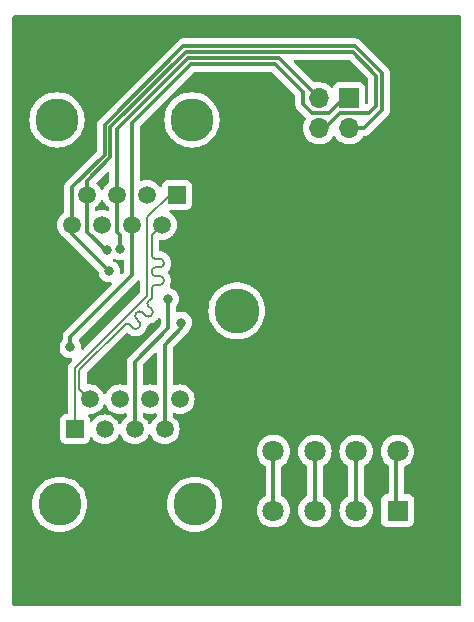
<source format=gbr>
%TF.GenerationSoftware,KiCad,Pcbnew,8.0.3*%
%TF.CreationDate,2024-12-07T23:26:36-06:00*%
%TF.ProjectId,CAN Over Ethernet,43414e20-4f76-4657-9220-45746865726e,rev?*%
%TF.SameCoordinates,Original*%
%TF.FileFunction,Copper,L1,Top*%
%TF.FilePolarity,Positive*%
%FSLAX46Y46*%
G04 Gerber Fmt 4.6, Leading zero omitted, Abs format (unit mm)*
G04 Created by KiCad (PCBNEW 8.0.3) date 2024-12-07 23:26:36*
%MOMM*%
%LPD*%
G01*
G04 APERTURE LIST*
%TA.AperFunction,WasherPad*%
%ADD10C,3.650000*%
%TD*%
%TA.AperFunction,ComponentPad*%
%ADD11R,1.500000X1.500000*%
%TD*%
%TA.AperFunction,ComponentPad*%
%ADD12C,1.500000*%
%TD*%
%TA.AperFunction,ComponentPad*%
%ADD13C,3.800000*%
%TD*%
%TA.AperFunction,ComponentPad*%
%ADD14R,1.700000X1.700000*%
%TD*%
%TA.AperFunction,ComponentPad*%
%ADD15O,1.700000X1.700000*%
%TD*%
%TA.AperFunction,ComponentPad*%
%ADD16R,1.800000X1.800000*%
%TD*%
%TA.AperFunction,ComponentPad*%
%ADD17C,1.800000*%
%TD*%
%TA.AperFunction,ViaPad*%
%ADD18C,0.800000*%
%TD*%
%TA.AperFunction,Conductor*%
%ADD19C,0.300000*%
%TD*%
%TA.AperFunction,Conductor*%
%ADD20C,0.200000*%
%TD*%
G04 APERTURE END LIST*
D10*
%TO.P,J3,*%
%TO.N,*%
X91997500Y-51350000D03*
X80567500Y-51350000D03*
D11*
%TO.P,J3,1*%
%TO.N,/ETH_TX_P*%
X90727500Y-57700000D03*
D12*
%TO.P,J3,2*%
%TO.N,/ETH_TX_N*%
X89457500Y-60240000D03*
%TO.P,J3,3*%
%TO.N,/ETH_RX_P*%
X88187500Y-57700000D03*
%TO.P,J3,4*%
%TO.N,/CAN_H_UP*%
X86917500Y-60240000D03*
%TO.P,J3,5*%
%TO.N,/CAN_L_UP*%
X85647500Y-57700000D03*
%TO.P,J3,6*%
%TO.N,/ETH_RX_N*%
X84377500Y-60240000D03*
%TO.P,J3,7*%
%TO.N,/CAN_L_BCK*%
X83107500Y-57700000D03*
%TO.P,J3,8*%
%TO.N,/CAN_H_BCK*%
X81837500Y-60240000D03*
%TD*%
D13*
%TO.P,H1,1,1*%
%TO.N,unconnected-(H1-Pad1)*%
X95800000Y-67500000D03*
%TD*%
D10*
%TO.P,J1,*%
%TO.N,*%
X80802500Y-83887500D03*
X92232500Y-83887500D03*
D11*
%TO.P,J1,1*%
%TO.N,/ETH_TX_P*%
X82072500Y-77537500D03*
D12*
%TO.P,J1,2*%
%TO.N,/ETH_TX_N*%
X83342500Y-74997500D03*
%TO.P,J1,3*%
%TO.N,/ETH_RX_P*%
X84612500Y-77537500D03*
%TO.P,J1,4*%
%TO.N,/CAN_H_UP*%
X85882500Y-74997500D03*
%TO.P,J1,5*%
%TO.N,/CAN_L_UP*%
X87152500Y-77537500D03*
%TO.P,J1,6*%
%TO.N,/ETH_RX_N*%
X88422500Y-74997500D03*
%TO.P,J1,7*%
%TO.N,/CAN_L_BCK*%
X89692500Y-77537500D03*
%TO.P,J1,8*%
%TO.N,/CAN_H_BCK*%
X90962500Y-74997500D03*
%TD*%
D14*
%TO.P,J2,1,Pin_1*%
%TO.N,/CAN_H_UP*%
X105300000Y-49500000D03*
D15*
%TO.P,J2,2,Pin_2*%
%TO.N,/CAN_H_BCK*%
X105300000Y-52040000D03*
%TO.P,J2,3,Pin_3*%
%TO.N,/CAN_L_UP*%
X102760000Y-49500000D03*
%TO.P,J2,4,Pin_4*%
%TO.N,/CAN_L_BCK*%
X102760000Y-52040000D03*
%TD*%
D16*
%TO.P,J4,1,1.1*%
%TO.N,/CAN_L_BCK*%
X109400000Y-84417500D03*
D17*
%TO.P,J4,2,1.2*%
X109400000Y-79417500D03*
%TO.P,J4,3,2.1*%
%TO.N,/CAN_H_BCK*%
X105900000Y-84417500D03*
%TO.P,J4,4,2.2*%
X105900000Y-79417500D03*
%TO.P,J4,5,3.1*%
%TO.N,/CAN_L_UP*%
X102400000Y-84417500D03*
%TO.P,J4,6,3.2*%
X102400000Y-79417500D03*
%TO.P,J4,7,4.1*%
%TO.N,/CAN_H_UP*%
X98900000Y-84417500D03*
%TO.P,J4,8,4.2*%
X98900000Y-79417500D03*
%TD*%
D18*
%TO.N,/CAN_H_UP*%
X81700000Y-70600000D03*
%TO.N,/CAN_L_UP*%
X90000000Y-66500000D03*
X85900000Y-62300000D03*
%TO.N,/CAN_H_BCK*%
X85000000Y-64170009D03*
%TO.N,/CAN_L_BCK*%
X91100000Y-68500000D03*
X84812653Y-62400000D03*
%TD*%
D19*
%TO.N,/CAN_H_UP*%
X102200000Y-50800000D02*
X103600000Y-50800000D01*
X86917500Y-60240000D02*
X86917500Y-51582500D01*
X86917500Y-64500000D02*
X86917500Y-60240000D01*
X99000000Y-46600000D02*
X101400000Y-49000000D01*
X91900000Y-46600000D02*
X99000000Y-46600000D01*
X101400000Y-50000000D02*
X102200000Y-50800000D01*
X81700000Y-69700000D02*
X81700000Y-70600000D01*
X101400000Y-49000000D02*
X101400000Y-50000000D01*
X103600000Y-50800000D02*
X104900000Y-49500000D01*
X86917500Y-64500000D02*
X86900000Y-64500000D01*
X86917500Y-51582500D02*
X91900000Y-46600000D01*
X86900000Y-64500000D02*
X81700000Y-69700000D01*
X104900000Y-49500000D02*
X105300000Y-49500000D01*
X98900000Y-84417500D02*
X98900000Y-79417500D01*
%TO.N,/CAN_L_UP*%
X91692893Y-46100000D02*
X99360000Y-46100000D01*
X90000000Y-69000000D02*
X87152500Y-71847500D01*
X99360000Y-46100000D02*
X102760000Y-49500000D01*
X85647500Y-52145393D02*
X91692893Y-46100000D01*
X85647500Y-60847500D02*
X85647500Y-57700000D01*
X102400000Y-84417500D02*
X102400000Y-79417500D01*
X85647500Y-57700000D02*
X85647500Y-52145393D01*
X87152500Y-71847500D02*
X87152500Y-77537500D01*
X90000000Y-66500000D02*
X90000000Y-69000000D01*
X85900000Y-61100000D02*
X85647500Y-60847500D01*
X85900000Y-62300000D02*
X85900000Y-61100000D01*
%TO.N,/CAN_H_BCK*%
X81837500Y-57055394D02*
X84600000Y-54292894D01*
X108100000Y-47392894D02*
X108100000Y-50500000D01*
X108100000Y-50500000D02*
X106560000Y-52040000D01*
X81837500Y-61037500D02*
X81837500Y-60240000D01*
X105807106Y-45100000D02*
X108100000Y-47392894D01*
X91278680Y-45100000D02*
X105807106Y-45100000D01*
X84600000Y-54292894D02*
X84600000Y-51778680D01*
X84970009Y-64170009D02*
X81837500Y-61037500D01*
X106560000Y-52040000D02*
X105300000Y-52040000D01*
X84600000Y-51778680D02*
X91278680Y-45100000D01*
X85000000Y-64170009D02*
X84970009Y-64170009D01*
X81837500Y-60240000D02*
X81837500Y-57055394D01*
X105900000Y-84417500D02*
X105900000Y-79417500D01*
D20*
%TO.N,/ETH_TX_N*%
X88896000Y-65314000D02*
X89304000Y-65314000D01*
X88311927Y-66688069D02*
X88416581Y-66583418D01*
X87788670Y-67629937D02*
X88077169Y-67918436D01*
X89600000Y-65018000D02*
X89600000Y-64870000D01*
X88600000Y-62650000D02*
X88600000Y-62600000D01*
X88600000Y-62798000D02*
X88600000Y-62650000D01*
X88600000Y-62600000D02*
X88600000Y-61097501D01*
X83342500Y-74997500D02*
X82472500Y-74127500D01*
X89600000Y-63538000D02*
X89600000Y-63390000D01*
X87265408Y-67734588D02*
X87370062Y-67629937D01*
X88600000Y-61097501D02*
X89457500Y-60240000D01*
X88896000Y-63834000D02*
X89304000Y-63834000D01*
X86742151Y-68676456D02*
X87030650Y-68964955D01*
X87370062Y-67629937D02*
X87370063Y-67629937D01*
X82472500Y-72527500D02*
X82472500Y-74127500D01*
X88600427Y-67395176D02*
X88311927Y-67106676D01*
X89304000Y-64574000D02*
X88896000Y-64574000D01*
X82472500Y-72527500D02*
X86323544Y-68676456D01*
X89304000Y-63094000D02*
X88896000Y-63094000D01*
X87449257Y-68964955D02*
X87553908Y-68860303D01*
X88600000Y-66400000D02*
X88600000Y-65610000D01*
X88600000Y-64278000D02*
X88600000Y-64130000D01*
X87553908Y-68441695D02*
X87265408Y-68153195D01*
X88416581Y-66583418D02*
X88600000Y-66400000D01*
X88495776Y-67918436D02*
X88600427Y-67813784D01*
X89304000Y-65314000D02*
G75*
G03*
X89600000Y-65018000I0J296000D01*
G01*
X88600000Y-65610000D02*
G75*
G02*
X88896000Y-65314000I296000J0D01*
G01*
X89600000Y-63390000D02*
G75*
G03*
X89304000Y-63094000I-296000J0D01*
G01*
X87265408Y-68153195D02*
G75*
G02*
X87265416Y-67734597I209292J209295D01*
G01*
X87370063Y-67629937D02*
G75*
G02*
X87788670Y-67629937I209303J-209305D01*
G01*
X88896000Y-63094000D02*
G75*
G02*
X88600000Y-62798000I0J296000D01*
G01*
X89600000Y-64870000D02*
G75*
G03*
X89304000Y-64574000I-296000J0D01*
G01*
X89304000Y-63834000D02*
G75*
G03*
X89600000Y-63538000I0J296000D01*
G01*
X88077169Y-67918436D02*
G75*
G03*
X88495776Y-67918436I209303J209305D01*
G01*
X87030650Y-68964955D02*
G75*
G03*
X87449257Y-68964956I209304J209305D01*
G01*
X88600427Y-67813784D02*
G75*
G03*
X88600407Y-67395196I-209327J209284D01*
G01*
X88600000Y-64130000D02*
G75*
G02*
X88896000Y-63834000I296000J0D01*
G01*
X88311927Y-67106676D02*
G75*
G02*
X88311954Y-66688097I209273J209276D01*
G01*
X87553908Y-68860303D02*
G75*
G03*
X87553907Y-68441696I-209308J209303D01*
G01*
X88896000Y-64574000D02*
G75*
G02*
X88600000Y-64278000I0J296000D01*
G01*
X86323544Y-68676456D02*
G75*
G02*
X86742151Y-68676455I209304J-209305D01*
G01*
D19*
%TO.N,/CAN_L_BCK*%
X91100000Y-68500000D02*
X91100000Y-69000000D01*
X107600000Y-50200000D02*
X107000000Y-50800000D01*
X84700000Y-62400000D02*
X83107500Y-60807500D01*
X89692500Y-70407500D02*
X89692500Y-77537500D01*
X107000000Y-50800000D02*
X104500000Y-50800000D01*
X107600000Y-47600000D02*
X107600000Y-50200000D01*
X84812653Y-62400000D02*
X84700000Y-62400000D01*
X105600000Y-45600000D02*
X107600000Y-47600000D01*
X83107500Y-56492500D02*
X85100000Y-54500000D01*
X91100000Y-69000000D02*
X89692500Y-70407500D01*
X109300000Y-84317500D02*
X109400000Y-84417500D01*
X83107500Y-60807500D02*
X83107500Y-57700000D01*
X103260000Y-52040000D02*
X102760000Y-52040000D01*
X109300000Y-79417500D02*
X109300000Y-84317500D01*
X85100000Y-51985787D02*
X91485787Y-45600000D01*
X85100000Y-54500000D02*
X85100000Y-51985787D01*
X83107500Y-57700000D02*
X83107500Y-56492500D01*
X104500000Y-50800000D02*
X103260000Y-52040000D01*
X91485787Y-45600000D02*
X105600000Y-45600000D01*
D20*
%TO.N,/ETH_TX_P*%
X82072500Y-77537500D02*
X82072500Y-72361814D01*
X88200000Y-59600000D02*
X90100000Y-57700000D01*
X82072500Y-72361814D02*
X88200000Y-66234314D01*
X88200000Y-66234314D02*
X88200000Y-59600000D01*
X90100000Y-57700000D02*
X90727500Y-57700000D01*
%TD*%
%TA.AperFunction,NonConductor*%
G36*
X114743039Y-42519685D02*
G01*
X114788794Y-42572489D01*
X114800000Y-42624000D01*
X114800000Y-92376000D01*
X114780315Y-92443039D01*
X114727511Y-92488794D01*
X114676000Y-92500000D01*
X76924000Y-92500000D01*
X76856961Y-92480315D01*
X76811206Y-92427511D01*
X76800000Y-92376000D01*
X76800000Y-83887500D01*
X78463993Y-83887500D01*
X78483999Y-84192734D01*
X78484000Y-84192746D01*
X78543673Y-84492739D01*
X78543675Y-84492747D01*
X78642002Y-84782411D01*
X78777291Y-85056750D01*
X78799621Y-85090169D01*
X78930193Y-85285584D01*
X78947239Y-85311094D01*
X79148925Y-85541074D01*
X79216906Y-85600691D01*
X79378907Y-85742762D01*
X79633246Y-85912706D01*
X79633249Y-85912708D01*
X79893864Y-86041229D01*
X79907592Y-86047999D01*
X80197250Y-86146324D01*
X80197259Y-86146325D01*
X80197260Y-86146326D01*
X80497253Y-86205999D01*
X80497254Y-86205999D01*
X80497264Y-86206001D01*
X80802500Y-86226007D01*
X81107736Y-86206001D01*
X81407750Y-86146324D01*
X81697408Y-86047999D01*
X81971754Y-85912706D01*
X82226093Y-85742762D01*
X82456074Y-85541074D01*
X82657762Y-85311093D01*
X82827706Y-85056754D01*
X82962999Y-84782408D01*
X83061324Y-84492750D01*
X83121001Y-84192736D01*
X83141007Y-83887500D01*
X89893993Y-83887500D01*
X89913999Y-84192734D01*
X89914000Y-84192746D01*
X89973673Y-84492739D01*
X89973675Y-84492747D01*
X90072002Y-84782411D01*
X90207291Y-85056750D01*
X90229621Y-85090169D01*
X90360193Y-85285584D01*
X90377239Y-85311094D01*
X90578925Y-85541074D01*
X90646906Y-85600691D01*
X90808907Y-85742762D01*
X91063246Y-85912706D01*
X91063249Y-85912708D01*
X91323864Y-86041229D01*
X91337592Y-86047999D01*
X91627250Y-86146324D01*
X91627259Y-86146325D01*
X91627260Y-86146326D01*
X91927253Y-86205999D01*
X91927254Y-86205999D01*
X91927264Y-86206001D01*
X92232500Y-86226007D01*
X92537736Y-86206001D01*
X92837750Y-86146324D01*
X93127408Y-86047999D01*
X93401754Y-85912706D01*
X93656093Y-85742762D01*
X93886074Y-85541074D01*
X94087762Y-85311093D01*
X94257706Y-85056754D01*
X94392999Y-84782408D01*
X94491324Y-84492750D01*
X94551001Y-84192736D01*
X94571007Y-83887500D01*
X94551001Y-83582264D01*
X94491324Y-83282250D01*
X94392999Y-82992592D01*
X94339940Y-82885000D01*
X94257711Y-82718256D01*
X94257702Y-82718241D01*
X94255413Y-82714816D01*
X94087762Y-82463907D01*
X94043572Y-82413518D01*
X93886074Y-82233925D01*
X93656094Y-82032239D01*
X93401750Y-81862291D01*
X93127411Y-81727002D01*
X92837747Y-81628675D01*
X92837739Y-81628673D01*
X92537746Y-81569000D01*
X92537737Y-81568999D01*
X92537736Y-81568999D01*
X92232500Y-81548993D01*
X91927264Y-81568999D01*
X91927263Y-81568999D01*
X91927253Y-81569000D01*
X91627260Y-81628673D01*
X91627252Y-81628675D01*
X91337588Y-81727002D01*
X91063256Y-81862288D01*
X91063241Y-81862297D01*
X90808905Y-82032239D01*
X90578925Y-82233925D01*
X90377239Y-82463905D01*
X90207297Y-82718241D01*
X90207288Y-82718256D01*
X90072002Y-82992588D01*
X89973675Y-83282252D01*
X89973673Y-83282260D01*
X89914000Y-83582253D01*
X89913999Y-83582265D01*
X89893993Y-83887500D01*
X83141007Y-83887500D01*
X83121001Y-83582264D01*
X83061324Y-83282250D01*
X82962999Y-82992592D01*
X82909940Y-82885000D01*
X82827711Y-82718256D01*
X82827702Y-82718241D01*
X82825413Y-82714816D01*
X82657762Y-82463907D01*
X82613572Y-82413518D01*
X82456074Y-82233925D01*
X82226094Y-82032239D01*
X81971750Y-81862291D01*
X81697411Y-81727002D01*
X81407747Y-81628675D01*
X81407739Y-81628673D01*
X81107746Y-81569000D01*
X81107737Y-81568999D01*
X81107736Y-81568999D01*
X80802500Y-81548993D01*
X80497264Y-81568999D01*
X80497263Y-81568999D01*
X80497253Y-81569000D01*
X80197260Y-81628673D01*
X80197252Y-81628675D01*
X79907588Y-81727002D01*
X79633256Y-81862288D01*
X79633241Y-81862297D01*
X79378905Y-82032239D01*
X79148925Y-82233925D01*
X78947239Y-82463905D01*
X78777297Y-82718241D01*
X78777288Y-82718256D01*
X78642002Y-82992588D01*
X78543675Y-83282252D01*
X78543673Y-83282260D01*
X78484000Y-83582253D01*
X78483999Y-83582265D01*
X78463993Y-83887500D01*
X76800000Y-83887500D01*
X76800000Y-79417494D01*
X97486673Y-79417494D01*
X97486673Y-79417505D01*
X97505948Y-79650122D01*
X97563251Y-79876407D01*
X97657015Y-80090168D01*
X97784686Y-80285584D01*
X97942776Y-80457314D01*
X97942780Y-80457318D01*
X98126983Y-80600690D01*
X98126985Y-80600691D01*
X98126992Y-80600696D01*
X98176516Y-80627496D01*
X98226108Y-80676714D01*
X98241500Y-80736551D01*
X98241500Y-83098447D01*
X98221815Y-83165486D01*
X98176520Y-83207501D01*
X98126984Y-83234309D01*
X97942781Y-83377681D01*
X97942776Y-83377685D01*
X97784686Y-83549415D01*
X97657015Y-83744831D01*
X97563251Y-83958592D01*
X97505948Y-84184877D01*
X97486673Y-84417494D01*
X97486673Y-84417505D01*
X97505948Y-84650122D01*
X97563251Y-84876407D01*
X97657015Y-85090168D01*
X97784686Y-85285584D01*
X97942776Y-85457314D01*
X97942780Y-85457318D01*
X98126983Y-85600690D01*
X98126985Y-85600691D01*
X98126988Y-85600693D01*
X98246331Y-85665277D01*
X98332273Y-85711787D01*
X98446914Y-85751143D01*
X98553045Y-85787579D01*
X98553047Y-85787579D01*
X98553049Y-85787580D01*
X98783288Y-85826000D01*
X98783289Y-85826000D01*
X99016711Y-85826000D01*
X99016712Y-85826000D01*
X99246951Y-85787580D01*
X99467727Y-85711787D01*
X99673017Y-85600690D01*
X99857220Y-85457318D01*
X100015314Y-85285583D01*
X100142984Y-85090169D01*
X100236749Y-84876407D01*
X100294051Y-84650126D01*
X100307092Y-84492747D01*
X100313327Y-84417505D01*
X100313327Y-84417494D01*
X100294051Y-84184877D01*
X100294051Y-84184874D01*
X100236749Y-83958593D01*
X100142984Y-83744831D01*
X100015314Y-83549417D01*
X100015313Y-83549415D01*
X99857223Y-83377685D01*
X99857222Y-83377684D01*
X99857220Y-83377682D01*
X99673017Y-83234310D01*
X99667803Y-83231488D01*
X99623480Y-83207501D01*
X99573891Y-83158280D01*
X99558500Y-83098447D01*
X99558500Y-80736551D01*
X99578185Y-80669512D01*
X99623484Y-80627496D01*
X99673007Y-80600696D01*
X99673010Y-80600693D01*
X99673017Y-80600690D01*
X99857220Y-80457318D01*
X100015314Y-80285583D01*
X100142984Y-80090169D01*
X100236749Y-79876407D01*
X100294051Y-79650126D01*
X100313327Y-79417500D01*
X100313327Y-79417494D01*
X100986673Y-79417494D01*
X100986673Y-79417505D01*
X101005948Y-79650122D01*
X101063251Y-79876407D01*
X101157015Y-80090168D01*
X101284686Y-80285584D01*
X101442776Y-80457314D01*
X101442780Y-80457318D01*
X101626983Y-80600690D01*
X101626985Y-80600691D01*
X101626992Y-80600696D01*
X101676516Y-80627496D01*
X101726108Y-80676714D01*
X101741500Y-80736551D01*
X101741500Y-83098447D01*
X101721815Y-83165486D01*
X101676520Y-83207501D01*
X101626984Y-83234309D01*
X101442781Y-83377681D01*
X101442776Y-83377685D01*
X101284686Y-83549415D01*
X101157015Y-83744831D01*
X101063251Y-83958592D01*
X101005948Y-84184877D01*
X100986673Y-84417494D01*
X100986673Y-84417505D01*
X101005948Y-84650122D01*
X101063251Y-84876407D01*
X101157015Y-85090168D01*
X101284686Y-85285584D01*
X101442776Y-85457314D01*
X101442780Y-85457318D01*
X101626983Y-85600690D01*
X101626985Y-85600691D01*
X101626988Y-85600693D01*
X101746331Y-85665277D01*
X101832273Y-85711787D01*
X101946914Y-85751143D01*
X102053045Y-85787579D01*
X102053047Y-85787579D01*
X102053049Y-85787580D01*
X102283288Y-85826000D01*
X102283289Y-85826000D01*
X102516711Y-85826000D01*
X102516712Y-85826000D01*
X102746951Y-85787580D01*
X102967727Y-85711787D01*
X103173017Y-85600690D01*
X103357220Y-85457318D01*
X103515314Y-85285583D01*
X103642984Y-85090169D01*
X103736749Y-84876407D01*
X103794051Y-84650126D01*
X103807092Y-84492747D01*
X103813327Y-84417505D01*
X103813327Y-84417494D01*
X103794051Y-84184877D01*
X103794051Y-84184874D01*
X103736749Y-83958593D01*
X103642984Y-83744831D01*
X103515314Y-83549417D01*
X103515313Y-83549415D01*
X103357223Y-83377685D01*
X103357222Y-83377684D01*
X103357220Y-83377682D01*
X103173017Y-83234310D01*
X103167803Y-83231488D01*
X103123480Y-83207501D01*
X103073891Y-83158280D01*
X103058500Y-83098447D01*
X103058500Y-80736551D01*
X103078185Y-80669512D01*
X103123484Y-80627496D01*
X103173007Y-80600696D01*
X103173010Y-80600693D01*
X103173017Y-80600690D01*
X103357220Y-80457318D01*
X103515314Y-80285583D01*
X103642984Y-80090169D01*
X103736749Y-79876407D01*
X103794051Y-79650126D01*
X103813327Y-79417500D01*
X103813327Y-79417494D01*
X104486673Y-79417494D01*
X104486673Y-79417505D01*
X104505948Y-79650122D01*
X104563251Y-79876407D01*
X104657015Y-80090168D01*
X104784686Y-80285584D01*
X104942776Y-80457314D01*
X104942780Y-80457318D01*
X105126983Y-80600690D01*
X105126985Y-80600691D01*
X105126992Y-80600696D01*
X105176516Y-80627496D01*
X105226108Y-80676714D01*
X105241500Y-80736551D01*
X105241500Y-83098447D01*
X105221815Y-83165486D01*
X105176520Y-83207501D01*
X105126984Y-83234309D01*
X104942781Y-83377681D01*
X104942776Y-83377685D01*
X104784686Y-83549415D01*
X104657015Y-83744831D01*
X104563251Y-83958592D01*
X104505948Y-84184877D01*
X104486673Y-84417494D01*
X104486673Y-84417505D01*
X104505948Y-84650122D01*
X104563251Y-84876407D01*
X104657015Y-85090168D01*
X104784686Y-85285584D01*
X104942776Y-85457314D01*
X104942780Y-85457318D01*
X105126983Y-85600690D01*
X105126985Y-85600691D01*
X105126988Y-85600693D01*
X105246331Y-85665277D01*
X105332273Y-85711787D01*
X105446914Y-85751143D01*
X105553045Y-85787579D01*
X105553047Y-85787579D01*
X105553049Y-85787580D01*
X105783288Y-85826000D01*
X105783289Y-85826000D01*
X106016711Y-85826000D01*
X106016712Y-85826000D01*
X106246951Y-85787580D01*
X106467727Y-85711787D01*
X106673017Y-85600690D01*
X106857220Y-85457318D01*
X107015314Y-85285583D01*
X107142984Y-85090169D01*
X107236749Y-84876407D01*
X107294051Y-84650126D01*
X107307092Y-84492747D01*
X107313327Y-84417505D01*
X107313327Y-84417494D01*
X107294051Y-84184877D01*
X107294051Y-84184874D01*
X107236749Y-83958593D01*
X107142984Y-83744831D01*
X107015314Y-83549417D01*
X107015313Y-83549415D01*
X106857223Y-83377685D01*
X106857222Y-83377684D01*
X106857220Y-83377682D01*
X106673017Y-83234310D01*
X106667803Y-83231488D01*
X106623480Y-83207501D01*
X106573891Y-83158280D01*
X106558500Y-83098447D01*
X106558500Y-80736551D01*
X106578185Y-80669512D01*
X106623484Y-80627496D01*
X106673007Y-80600696D01*
X106673010Y-80600693D01*
X106673017Y-80600690D01*
X106857220Y-80457318D01*
X107015314Y-80285583D01*
X107142984Y-80090169D01*
X107236749Y-79876407D01*
X107294051Y-79650126D01*
X107313327Y-79417500D01*
X107313327Y-79417494D01*
X107986673Y-79417494D01*
X107986673Y-79417505D01*
X108005948Y-79650122D01*
X108063251Y-79876407D01*
X108157015Y-80090168D01*
X108284686Y-80285584D01*
X108442776Y-80457314D01*
X108442781Y-80457319D01*
X108593663Y-80574756D01*
X108634476Y-80631466D01*
X108641500Y-80672609D01*
X108641500Y-82885000D01*
X108621815Y-82952039D01*
X108569011Y-82997794D01*
X108517500Y-83009000D01*
X108451345Y-83009000D01*
X108390797Y-83015511D01*
X108390795Y-83015511D01*
X108253795Y-83066611D01*
X108136739Y-83154239D01*
X108049111Y-83271295D01*
X107998011Y-83408295D01*
X107998011Y-83408297D01*
X107991500Y-83468845D01*
X107991500Y-85366154D01*
X107998011Y-85426702D01*
X107998011Y-85426704D01*
X108040670Y-85541074D01*
X108049111Y-85563704D01*
X108136739Y-85680761D01*
X108253796Y-85768389D01*
X108390799Y-85819489D01*
X108418050Y-85822418D01*
X108451345Y-85825999D01*
X108451362Y-85826000D01*
X110348638Y-85826000D01*
X110348654Y-85825999D01*
X110375692Y-85823091D01*
X110409201Y-85819489D01*
X110546204Y-85768389D01*
X110663261Y-85680761D01*
X110750889Y-85563704D01*
X110801989Y-85426701D01*
X110805591Y-85393192D01*
X110808499Y-85366154D01*
X110808500Y-85366137D01*
X110808500Y-83468862D01*
X110808499Y-83468845D01*
X110805157Y-83437770D01*
X110801989Y-83408299D01*
X110790570Y-83377685D01*
X110754975Y-83282252D01*
X110750889Y-83271296D01*
X110663261Y-83154239D01*
X110546204Y-83066611D01*
X110409203Y-83015511D01*
X110348654Y-83009000D01*
X110348638Y-83009000D01*
X110082500Y-83009000D01*
X110015461Y-82989315D01*
X109969706Y-82936511D01*
X109958500Y-82885000D01*
X109958500Y-80790668D01*
X109978185Y-80723629D01*
X110023481Y-80681614D01*
X110173017Y-80600690D01*
X110357220Y-80457318D01*
X110515314Y-80285583D01*
X110642984Y-80090169D01*
X110736749Y-79876407D01*
X110794051Y-79650126D01*
X110813327Y-79417500D01*
X110794051Y-79184874D01*
X110736749Y-78958593D01*
X110642984Y-78744831D01*
X110515314Y-78549417D01*
X110515313Y-78549415D01*
X110357223Y-78377685D01*
X110357222Y-78377684D01*
X110357220Y-78377682D01*
X110173017Y-78234310D01*
X110173015Y-78234309D01*
X110173014Y-78234308D01*
X110173011Y-78234306D01*
X109967733Y-78123216D01*
X109967730Y-78123215D01*
X109967727Y-78123213D01*
X109967721Y-78123211D01*
X109967719Y-78123210D01*
X109746954Y-78047420D01*
X109574271Y-78018605D01*
X109516712Y-78009000D01*
X109283288Y-78009000D01*
X109237240Y-78016684D01*
X109053045Y-78047420D01*
X108832280Y-78123210D01*
X108832266Y-78123216D01*
X108626988Y-78234306D01*
X108626985Y-78234308D01*
X108442781Y-78377681D01*
X108442776Y-78377685D01*
X108284686Y-78549415D01*
X108157015Y-78744831D01*
X108063251Y-78958592D01*
X108005948Y-79184877D01*
X107986673Y-79417494D01*
X107313327Y-79417494D01*
X107294051Y-79184874D01*
X107236749Y-78958593D01*
X107142984Y-78744831D01*
X107015314Y-78549417D01*
X107015313Y-78549415D01*
X106857223Y-78377685D01*
X106857222Y-78377684D01*
X106857220Y-78377682D01*
X106673017Y-78234310D01*
X106673015Y-78234309D01*
X106673014Y-78234308D01*
X106673011Y-78234306D01*
X106467733Y-78123216D01*
X106467730Y-78123215D01*
X106467727Y-78123213D01*
X106467721Y-78123211D01*
X106467719Y-78123210D01*
X106246954Y-78047420D01*
X106074271Y-78018605D01*
X106016712Y-78009000D01*
X105783288Y-78009000D01*
X105737240Y-78016684D01*
X105553045Y-78047420D01*
X105332280Y-78123210D01*
X105332266Y-78123216D01*
X105126988Y-78234306D01*
X105126985Y-78234308D01*
X104942781Y-78377681D01*
X104942776Y-78377685D01*
X104784686Y-78549415D01*
X104657015Y-78744831D01*
X104563251Y-78958592D01*
X104505948Y-79184877D01*
X104486673Y-79417494D01*
X103813327Y-79417494D01*
X103794051Y-79184874D01*
X103736749Y-78958593D01*
X103642984Y-78744831D01*
X103515314Y-78549417D01*
X103515313Y-78549415D01*
X103357223Y-78377685D01*
X103357222Y-78377684D01*
X103357220Y-78377682D01*
X103173017Y-78234310D01*
X103173015Y-78234309D01*
X103173014Y-78234308D01*
X103173011Y-78234306D01*
X102967733Y-78123216D01*
X102967730Y-78123215D01*
X102967727Y-78123213D01*
X102967721Y-78123211D01*
X102967719Y-78123210D01*
X102746954Y-78047420D01*
X102574271Y-78018605D01*
X102516712Y-78009000D01*
X102283288Y-78009000D01*
X102237240Y-78016684D01*
X102053045Y-78047420D01*
X101832280Y-78123210D01*
X101832266Y-78123216D01*
X101626988Y-78234306D01*
X101626985Y-78234308D01*
X101442781Y-78377681D01*
X101442776Y-78377685D01*
X101284686Y-78549415D01*
X101157015Y-78744831D01*
X101063251Y-78958592D01*
X101005948Y-79184877D01*
X100986673Y-79417494D01*
X100313327Y-79417494D01*
X100294051Y-79184874D01*
X100236749Y-78958593D01*
X100142984Y-78744831D01*
X100015314Y-78549417D01*
X100015313Y-78549415D01*
X99857223Y-78377685D01*
X99857222Y-78377684D01*
X99857220Y-78377682D01*
X99673017Y-78234310D01*
X99673015Y-78234309D01*
X99673014Y-78234308D01*
X99673011Y-78234306D01*
X99467733Y-78123216D01*
X99467730Y-78123215D01*
X99467727Y-78123213D01*
X99467721Y-78123211D01*
X99467719Y-78123210D01*
X99246954Y-78047420D01*
X99074271Y-78018605D01*
X99016712Y-78009000D01*
X98783288Y-78009000D01*
X98737240Y-78016684D01*
X98553045Y-78047420D01*
X98332280Y-78123210D01*
X98332266Y-78123216D01*
X98126988Y-78234306D01*
X98126985Y-78234308D01*
X97942781Y-78377681D01*
X97942776Y-78377685D01*
X97784686Y-78549415D01*
X97657015Y-78744831D01*
X97563251Y-78958592D01*
X97505948Y-79184877D01*
X97486673Y-79417494D01*
X76800000Y-79417494D01*
X76800000Y-60239997D01*
X80574193Y-60239997D01*
X80574193Y-60240000D01*
X80593385Y-60459371D01*
X80650380Y-60672076D01*
X80743444Y-60871654D01*
X80869751Y-61052038D01*
X81025462Y-61207749D01*
X81205846Y-61334056D01*
X81229372Y-61345026D01*
X81280070Y-61388517D01*
X81326008Y-61457268D01*
X81326011Y-61457272D01*
X84061053Y-64192313D01*
X84094538Y-64253636D01*
X84096692Y-64267028D01*
X84106458Y-64359937D01*
X84106459Y-64359939D01*
X84106459Y-64359941D01*
X84165470Y-64541558D01*
X84165473Y-64541565D01*
X84260960Y-64706953D01*
X84388747Y-64848875D01*
X84543248Y-64961127D01*
X84717712Y-65038803D01*
X84904513Y-65078509D01*
X85090869Y-65078509D01*
X85157908Y-65098194D01*
X85203663Y-65150998D01*
X85213607Y-65220156D01*
X85184582Y-65283712D01*
X85178550Y-65290190D01*
X81188511Y-69280227D01*
X81188508Y-69280231D01*
X81118587Y-69384876D01*
X81116450Y-69388072D01*
X81116446Y-69388081D01*
X81116445Y-69388083D01*
X81103321Y-69419768D01*
X81066806Y-69507922D01*
X81066804Y-69507928D01*
X81041500Y-69635140D01*
X81041500Y-69926008D01*
X81021815Y-69993047D01*
X81009650Y-70008980D01*
X80960959Y-70063057D01*
X80865473Y-70228443D01*
X80865470Y-70228450D01*
X80806459Y-70410068D01*
X80806458Y-70410072D01*
X80786496Y-70600000D01*
X80806458Y-70789928D01*
X80806459Y-70789931D01*
X80865470Y-70971549D01*
X80865473Y-70971556D01*
X80960960Y-71136944D01*
X81088747Y-71278866D01*
X81243248Y-71391118D01*
X81417712Y-71468794D01*
X81604513Y-71508500D01*
X81765903Y-71508500D01*
X81832942Y-71528185D01*
X81878697Y-71580989D01*
X81888641Y-71650147D01*
X81859616Y-71713703D01*
X81853584Y-71720181D01*
X81585580Y-71988184D01*
X81585576Y-71988190D01*
X81505467Y-72126940D01*
X81505468Y-72126940D01*
X81505468Y-72126941D01*
X81464000Y-72281703D01*
X81464000Y-76155000D01*
X81444315Y-76222039D01*
X81391511Y-76267794D01*
X81340000Y-76279000D01*
X81273845Y-76279000D01*
X81213297Y-76285511D01*
X81213295Y-76285511D01*
X81076295Y-76336611D01*
X80959239Y-76424239D01*
X80871611Y-76541295D01*
X80820511Y-76678295D01*
X80820511Y-76678297D01*
X80814000Y-76738845D01*
X80814000Y-78336154D01*
X80820511Y-78396702D01*
X80820511Y-78396704D01*
X80871611Y-78533704D01*
X80959239Y-78650761D01*
X81076296Y-78738389D01*
X81213299Y-78789489D01*
X81240550Y-78792418D01*
X81273845Y-78795999D01*
X81273862Y-78796000D01*
X82871138Y-78796000D01*
X82871154Y-78795999D01*
X82898192Y-78793091D01*
X82931701Y-78789489D01*
X83068704Y-78738389D01*
X83185761Y-78650761D01*
X83273389Y-78533704D01*
X83324489Y-78396701D01*
X83328091Y-78363192D01*
X83330999Y-78336154D01*
X83331000Y-78336137D01*
X83331000Y-78294733D01*
X83350685Y-78227694D01*
X83403489Y-78181939D01*
X83472647Y-78171995D01*
X83536203Y-78201020D01*
X83556570Y-78223604D01*
X83644751Y-78349538D01*
X83800462Y-78505249D01*
X83980846Y-78631556D01*
X84180424Y-78724620D01*
X84393129Y-78781615D01*
X84549822Y-78795323D01*
X84612498Y-78800807D01*
X84612500Y-78800807D01*
X84612502Y-78800807D01*
X84667457Y-78795999D01*
X84831871Y-78781615D01*
X85044576Y-78724620D01*
X85244154Y-78631556D01*
X85424538Y-78505249D01*
X85580249Y-78349538D01*
X85706556Y-78169154D01*
X85770118Y-78032844D01*
X85816290Y-77980404D01*
X85883483Y-77961252D01*
X85950365Y-77981467D01*
X85994882Y-78032844D01*
X86037021Y-78123213D01*
X86058444Y-78169154D01*
X86184751Y-78349538D01*
X86340462Y-78505249D01*
X86520846Y-78631556D01*
X86720424Y-78724620D01*
X86933129Y-78781615D01*
X87089822Y-78795323D01*
X87152498Y-78800807D01*
X87152500Y-78800807D01*
X87152502Y-78800807D01*
X87207457Y-78795999D01*
X87371871Y-78781615D01*
X87584576Y-78724620D01*
X87784154Y-78631556D01*
X87964538Y-78505249D01*
X88120249Y-78349538D01*
X88246556Y-78169154D01*
X88310118Y-78032844D01*
X88356290Y-77980404D01*
X88423483Y-77961252D01*
X88490365Y-77981467D01*
X88534882Y-78032844D01*
X88577021Y-78123213D01*
X88598444Y-78169154D01*
X88724751Y-78349538D01*
X88880462Y-78505249D01*
X89060846Y-78631556D01*
X89260424Y-78724620D01*
X89473129Y-78781615D01*
X89629822Y-78795323D01*
X89692498Y-78800807D01*
X89692500Y-78800807D01*
X89692502Y-78800807D01*
X89747457Y-78795999D01*
X89911871Y-78781615D01*
X90124576Y-78724620D01*
X90324154Y-78631556D01*
X90504538Y-78505249D01*
X90660249Y-78349538D01*
X90786556Y-78169154D01*
X90879620Y-77969576D01*
X90936615Y-77756871D01*
X90955807Y-77537500D01*
X90936615Y-77318129D01*
X90879620Y-77105424D01*
X90786556Y-76905847D01*
X90786554Y-76905844D01*
X90786553Y-76905842D01*
X90698623Y-76780266D01*
X90660249Y-76725462D01*
X90504538Y-76569751D01*
X90504533Y-76569747D01*
X90504530Y-76569745D01*
X90403876Y-76499265D01*
X90360251Y-76444688D01*
X90351000Y-76397691D01*
X90351000Y-76295594D01*
X90370685Y-76228555D01*
X90423489Y-76182800D01*
X90492647Y-76172856D01*
X90527403Y-76183211D01*
X90530424Y-76184620D01*
X90743129Y-76241615D01*
X90899822Y-76255323D01*
X90962498Y-76260807D01*
X90962500Y-76260807D01*
X90962502Y-76260807D01*
X91017342Y-76256009D01*
X91181871Y-76241615D01*
X91394576Y-76184620D01*
X91594154Y-76091556D01*
X91774538Y-75965249D01*
X91930249Y-75809538D01*
X92056556Y-75629154D01*
X92149620Y-75429576D01*
X92206615Y-75216871D01*
X92225807Y-74997500D01*
X92206615Y-74778129D01*
X92149620Y-74565424D01*
X92056556Y-74365847D01*
X92056554Y-74365844D01*
X92056553Y-74365842D01*
X91993402Y-74275654D01*
X91930249Y-74185462D01*
X91774538Y-74029751D01*
X91594154Y-73903444D01*
X91574000Y-73894046D01*
X91394581Y-73810382D01*
X91394579Y-73810381D01*
X91394576Y-73810380D01*
X91223998Y-73764673D01*
X91181872Y-73753385D01*
X91181865Y-73753384D01*
X90962502Y-73734193D01*
X90962498Y-73734193D01*
X90743134Y-73753384D01*
X90743127Y-73753385D01*
X90530416Y-73810382D01*
X90527394Y-73811792D01*
X90525935Y-73812013D01*
X90525332Y-73812233D01*
X90525287Y-73812111D01*
X90458315Y-73822277D01*
X90394534Y-73793751D01*
X90356300Y-73735271D01*
X90351000Y-73699405D01*
X90351000Y-70731622D01*
X90370685Y-70664583D01*
X90387319Y-70643941D01*
X91611488Y-69419772D01*
X91611491Y-69419769D01*
X91683555Y-69311917D01*
X91733195Y-69192077D01*
X91736137Y-69177284D01*
X91765603Y-69118503D01*
X91839040Y-69036944D01*
X91934527Y-68871556D01*
X91993542Y-68689928D01*
X92013504Y-68500000D01*
X91993542Y-68310072D01*
X91934527Y-68128444D01*
X91839040Y-67963056D01*
X91711253Y-67821134D01*
X91556752Y-67708882D01*
X91382288Y-67631206D01*
X91382286Y-67631205D01*
X91195487Y-67591500D01*
X91004513Y-67591500D01*
X90811355Y-67632557D01*
X90810914Y-67630484D01*
X90750949Y-67632184D01*
X90691124Y-67596089D01*
X90660311Y-67533381D01*
X90658500Y-67512265D01*
X90658500Y-67499994D01*
X93386738Y-67499994D01*
X93386738Y-67500005D01*
X93405765Y-67802451D01*
X93405766Y-67802455D01*
X93405766Y-67802459D01*
X93405767Y-67802462D01*
X93462555Y-68100154D01*
X93471747Y-68128443D01*
X93556203Y-68388374D01*
X93556204Y-68388375D01*
X93556206Y-68388381D01*
X93685242Y-68662598D01*
X93685246Y-68662605D01*
X93685247Y-68662606D01*
X93847626Y-68918475D01*
X93847629Y-68918479D01*
X93847630Y-68918480D01*
X94040808Y-69151992D01*
X94227920Y-69327701D01*
X94261727Y-69359448D01*
X94261737Y-69359456D01*
X94506898Y-69537576D01*
X94506903Y-69537578D01*
X94506910Y-69537584D01*
X94772483Y-69683585D01*
X94772488Y-69683587D01*
X94772490Y-69683588D01*
X94772491Y-69683589D01*
X95054257Y-69795148D01*
X95054260Y-69795149D01*
X95152107Y-69820271D01*
X95347800Y-69870516D01*
X95495028Y-69889115D01*
X95648460Y-69908499D01*
X95648466Y-69908499D01*
X95648470Y-69908500D01*
X95648472Y-69908500D01*
X95951528Y-69908500D01*
X95951530Y-69908500D01*
X95951535Y-69908499D01*
X95951539Y-69908499D01*
X96031357Y-69898415D01*
X96252200Y-69870516D01*
X96545739Y-69795149D01*
X96545742Y-69795148D01*
X96827508Y-69683589D01*
X96827509Y-69683588D01*
X96827507Y-69683588D01*
X96827517Y-69683585D01*
X97093090Y-69537584D01*
X97338271Y-69359450D01*
X97559192Y-69151992D01*
X97752370Y-68918480D01*
X97914758Y-68662598D01*
X98043794Y-68388381D01*
X98137445Y-68100154D01*
X98194233Y-67802462D01*
X98194234Y-67802451D01*
X98213262Y-67500005D01*
X98213262Y-67499994D01*
X98194234Y-67197548D01*
X98194233Y-67197544D01*
X98194233Y-67197538D01*
X98137445Y-66899846D01*
X98043794Y-66611619D01*
X97914758Y-66337402D01*
X97782149Y-66128444D01*
X97752373Y-66081524D01*
X97729536Y-66053919D01*
X97559192Y-65848008D01*
X97338271Y-65640550D01*
X97338268Y-65640548D01*
X97338262Y-65640543D01*
X97093101Y-65462423D01*
X97093094Y-65462418D01*
X97093090Y-65462416D01*
X96827517Y-65316415D01*
X96827514Y-65316413D01*
X96827509Y-65316411D01*
X96827508Y-65316410D01*
X96545742Y-65204851D01*
X96545739Y-65204850D01*
X96252197Y-65129483D01*
X95951539Y-65091500D01*
X95951530Y-65091500D01*
X95648470Y-65091500D01*
X95648460Y-65091500D01*
X95347802Y-65129483D01*
X95054260Y-65204850D01*
X95054257Y-65204851D01*
X94772491Y-65316410D01*
X94772490Y-65316411D01*
X94506910Y-65462416D01*
X94506898Y-65462423D01*
X94261737Y-65640543D01*
X94261727Y-65640551D01*
X94040810Y-65848006D01*
X93847626Y-66081524D01*
X93685247Y-66337393D01*
X93685244Y-66337397D01*
X93685242Y-66337402D01*
X93608730Y-66500000D01*
X93556204Y-66611624D01*
X93556203Y-66611625D01*
X93471749Y-66871549D01*
X93462555Y-66899846D01*
X93405767Y-67197538D01*
X93405766Y-67197544D01*
X93405765Y-67197548D01*
X93386738Y-67499994D01*
X90658500Y-67499994D01*
X90658500Y-67173991D01*
X90678185Y-67106952D01*
X90690351Y-67091018D01*
X90739040Y-67036944D01*
X90834527Y-66871556D01*
X90893542Y-66689928D01*
X90913504Y-66500000D01*
X90893542Y-66310072D01*
X90834527Y-66128444D01*
X90739040Y-65963056D01*
X90611253Y-65821134D01*
X90456752Y-65708882D01*
X90282288Y-65631206D01*
X90282286Y-65631205D01*
X90282287Y-65631205D01*
X90195353Y-65612727D01*
X90133872Y-65579534D01*
X90100096Y-65518371D01*
X90104748Y-65448656D01*
X90106561Y-65444015D01*
X90173740Y-65281833D01*
X90208500Y-65107085D01*
X90208500Y-65018000D01*
X90208500Y-64944115D01*
X90208500Y-64789889D01*
X90208500Y-64780915D01*
X90208500Y-64780912D01*
X90173741Y-64606172D01*
X90173740Y-64606171D01*
X90173740Y-64606167D01*
X90105557Y-64441559D01*
X90006571Y-64293415D01*
X90004844Y-64291688D01*
X90004227Y-64290558D01*
X90002706Y-64288705D01*
X90003057Y-64288416D01*
X89971354Y-64230368D01*
X89976333Y-64160676D01*
X90002850Y-64119413D01*
X90002706Y-64119295D01*
X90003724Y-64118053D01*
X90004844Y-64116312D01*
X90006571Y-64114585D01*
X90105557Y-63966441D01*
X90173740Y-63801833D01*
X90185114Y-63744649D01*
X90208500Y-63627087D01*
X90208500Y-63300912D01*
X90173741Y-63126172D01*
X90173740Y-63126171D01*
X90173740Y-63126167D01*
X90105557Y-62961559D01*
X90006571Y-62813415D01*
X90006569Y-62813412D01*
X89880587Y-62687430D01*
X89806513Y-62637936D01*
X89732441Y-62588443D01*
X89567833Y-62520260D01*
X89567827Y-62520258D01*
X89393087Y-62485500D01*
X89393085Y-62485500D01*
X89384111Y-62485500D01*
X89332500Y-62485500D01*
X89265461Y-62465815D01*
X89219706Y-62413011D01*
X89208500Y-62361500D01*
X89208500Y-61616844D01*
X89228185Y-61549805D01*
X89280989Y-61504050D01*
X89343305Y-61493316D01*
X89445456Y-61502253D01*
X89457499Y-61503307D01*
X89457500Y-61503307D01*
X89457502Y-61503307D01*
X89512342Y-61498509D01*
X89676871Y-61484115D01*
X89889576Y-61427120D01*
X90089154Y-61334056D01*
X90269538Y-61207749D01*
X90425249Y-61052038D01*
X90551556Y-60871654D01*
X90644620Y-60672076D01*
X90701615Y-60459371D01*
X90720807Y-60240000D01*
X90701615Y-60020629D01*
X90644620Y-59807924D01*
X90551556Y-59608347D01*
X90551554Y-59608344D01*
X90551553Y-59608342D01*
X90488402Y-59518154D01*
X90425249Y-59427962D01*
X90269538Y-59272251D01*
X90143609Y-59184074D01*
X90099985Y-59129497D01*
X90092793Y-59059999D01*
X90124315Y-58997644D01*
X90184545Y-58962231D01*
X90214734Y-58958500D01*
X91526138Y-58958500D01*
X91526154Y-58958499D01*
X91553192Y-58955591D01*
X91586701Y-58951989D01*
X91723704Y-58900889D01*
X91840761Y-58813261D01*
X91928389Y-58696204D01*
X91979489Y-58559201D01*
X91983091Y-58525692D01*
X91985999Y-58498654D01*
X91986000Y-58498637D01*
X91986000Y-56901362D01*
X91985999Y-56901345D01*
X91981909Y-56863312D01*
X91979489Y-56840799D01*
X91928389Y-56703796D01*
X91840761Y-56586739D01*
X91723704Y-56499111D01*
X91716036Y-56496251D01*
X91586703Y-56448011D01*
X91526154Y-56441500D01*
X91526138Y-56441500D01*
X89928862Y-56441500D01*
X89928845Y-56441500D01*
X89868297Y-56448011D01*
X89868295Y-56448011D01*
X89731295Y-56499111D01*
X89614239Y-56586739D01*
X89526611Y-56703795D01*
X89475511Y-56840795D01*
X89475511Y-56840797D01*
X89469000Y-56901345D01*
X89469000Y-56942766D01*
X89449315Y-57009805D01*
X89396511Y-57055560D01*
X89327353Y-57065504D01*
X89263797Y-57036479D01*
X89243425Y-57013890D01*
X89193623Y-56942766D01*
X89155249Y-56887962D01*
X88999538Y-56732251D01*
X88819154Y-56605944D01*
X88799000Y-56596546D01*
X88619581Y-56512882D01*
X88619579Y-56512881D01*
X88619576Y-56512880D01*
X88468277Y-56472339D01*
X88406872Y-56455885D01*
X88406865Y-56455884D01*
X88187502Y-56436693D01*
X88187498Y-56436693D01*
X87968134Y-56455884D01*
X87968127Y-56455885D01*
X87755416Y-56512882D01*
X87752394Y-56514292D01*
X87750935Y-56514513D01*
X87750332Y-56514733D01*
X87750287Y-56514611D01*
X87683315Y-56524777D01*
X87619534Y-56496251D01*
X87581300Y-56437771D01*
X87576000Y-56401905D01*
X87576000Y-51906622D01*
X87595685Y-51839583D01*
X87612319Y-51818941D01*
X88081260Y-51350000D01*
X89658993Y-51350000D01*
X89678999Y-51655234D01*
X89679000Y-51655246D01*
X89738673Y-51955239D01*
X89738675Y-51955247D01*
X89837002Y-52244911D01*
X89972291Y-52519250D01*
X89972294Y-52519254D01*
X90129599Y-52754678D01*
X90142239Y-52773594D01*
X90343925Y-53003574D01*
X90523518Y-53161072D01*
X90573907Y-53205262D01*
X90807648Y-53361443D01*
X90828249Y-53375208D01*
X90875481Y-53398500D01*
X91102592Y-53510499D01*
X91392250Y-53608824D01*
X91392259Y-53608825D01*
X91392260Y-53608826D01*
X91692253Y-53668499D01*
X91692254Y-53668499D01*
X91692264Y-53668501D01*
X91997500Y-53688507D01*
X92302736Y-53668501D01*
X92602750Y-53608824D01*
X92892408Y-53510499D01*
X93166754Y-53375206D01*
X93421093Y-53205262D01*
X93651074Y-53003574D01*
X93852762Y-52773593D01*
X94022706Y-52519254D01*
X94157999Y-52244908D01*
X94256324Y-51955250D01*
X94316001Y-51655236D01*
X94336007Y-51350000D01*
X94316001Y-51044764D01*
X94269684Y-50811917D01*
X94256326Y-50744760D01*
X94256324Y-50744752D01*
X94256324Y-50744750D01*
X94157999Y-50455092D01*
X94140581Y-50419772D01*
X94022711Y-50180756D01*
X94022702Y-50180741D01*
X93877586Y-49963559D01*
X93852762Y-49926407D01*
X93808449Y-49875878D01*
X93651074Y-49696425D01*
X93421094Y-49494739D01*
X93166750Y-49324791D01*
X92892411Y-49189502D01*
X92602747Y-49091175D01*
X92602739Y-49091173D01*
X92302746Y-49031500D01*
X92302737Y-49031499D01*
X92302736Y-49031499D01*
X91997500Y-49011493D01*
X91692264Y-49031499D01*
X91692263Y-49031499D01*
X91692253Y-49031500D01*
X91392260Y-49091173D01*
X91392252Y-49091175D01*
X91102588Y-49189502D01*
X90828256Y-49324788D01*
X90828241Y-49324797D01*
X90573905Y-49494739D01*
X90343925Y-49696425D01*
X90142239Y-49926405D01*
X89972297Y-50180741D01*
X89972288Y-50180756D01*
X89837002Y-50455088D01*
X89738675Y-50744752D01*
X89738673Y-50744760D01*
X89679000Y-51044753D01*
X89678999Y-51044765D01*
X89658993Y-51350000D01*
X88081260Y-51350000D01*
X92136441Y-47294819D01*
X92197764Y-47261334D01*
X92224122Y-47258500D01*
X98675878Y-47258500D01*
X98742917Y-47278185D01*
X98763559Y-47294819D01*
X100705181Y-49236441D01*
X100738666Y-49297764D01*
X100741500Y-49324122D01*
X100741500Y-49935143D01*
X100741500Y-50064857D01*
X100741500Y-50064859D01*
X100741499Y-50064859D01*
X100766804Y-50192071D01*
X100766806Y-50192077D01*
X100816443Y-50311913D01*
X100816447Y-50311920D01*
X100888510Y-50419771D01*
X100888511Y-50419772D01*
X101608014Y-51139274D01*
X101641499Y-51200597D01*
X101636515Y-51270288D01*
X101624142Y-51294776D01*
X101561139Y-51391208D01*
X101470703Y-51597385D01*
X101415436Y-51815628D01*
X101415434Y-51815640D01*
X101396844Y-52039994D01*
X101396844Y-52040005D01*
X101415434Y-52264359D01*
X101415436Y-52264371D01*
X101470703Y-52482614D01*
X101561140Y-52688792D01*
X101684276Y-52877265D01*
X101684284Y-52877276D01*
X101836756Y-53042902D01*
X101836760Y-53042906D01*
X102014424Y-53181189D01*
X102014425Y-53181189D01*
X102014427Y-53181191D01*
X102058903Y-53205260D01*
X102212426Y-53288342D01*
X102425365Y-53361444D01*
X102647431Y-53398500D01*
X102872569Y-53398500D01*
X103094635Y-53361444D01*
X103307574Y-53288342D01*
X103505576Y-53181189D01*
X103683240Y-53042906D01*
X103835722Y-52877268D01*
X103926193Y-52738790D01*
X103979338Y-52693437D01*
X104048569Y-52684013D01*
X104111905Y-52713515D01*
X104133804Y-52738787D01*
X104224278Y-52877268D01*
X104224283Y-52877273D01*
X104224284Y-52877276D01*
X104376756Y-53042902D01*
X104376760Y-53042906D01*
X104554424Y-53181189D01*
X104554425Y-53181189D01*
X104554427Y-53181191D01*
X104598903Y-53205260D01*
X104752426Y-53288342D01*
X104965365Y-53361444D01*
X105187431Y-53398500D01*
X105412569Y-53398500D01*
X105634635Y-53361444D01*
X105847574Y-53288342D01*
X106045576Y-53181189D01*
X106223240Y-53042906D01*
X106375722Y-52877268D01*
X106443456Y-52773594D01*
X106455815Y-52754678D01*
X106508961Y-52709321D01*
X106559623Y-52698500D01*
X106624859Y-52698500D01*
X106710444Y-52681475D01*
X106752077Y-52673194D01*
X106871917Y-52623555D01*
X106979769Y-52551491D01*
X108611491Y-50919769D01*
X108683555Y-50811917D01*
X108733194Y-50692077D01*
X108747577Y-50619769D01*
X108758500Y-50564857D01*
X108758500Y-47328037D01*
X108758500Y-47328034D01*
X108733195Y-47200822D01*
X108733194Y-47200821D01*
X108733194Y-47200817D01*
X108733192Y-47200812D01*
X108683558Y-47080983D01*
X108683556Y-47080979D01*
X108683555Y-47080977D01*
X108640436Y-47016445D01*
X108640436Y-47016444D01*
X108611492Y-46973126D01*
X108611486Y-46973119D01*
X106226877Y-44588510D01*
X106119026Y-44516447D01*
X106119025Y-44516446D01*
X106119023Y-44516445D01*
X106119021Y-44516444D01*
X106119019Y-44516443D01*
X105999183Y-44466806D01*
X105999177Y-44466804D01*
X105871965Y-44441500D01*
X105871963Y-44441500D01*
X91213823Y-44441500D01*
X91213821Y-44441500D01*
X91086608Y-44466804D01*
X91086602Y-44466806D01*
X90966766Y-44516443D01*
X90966759Y-44516447D01*
X90858908Y-44588510D01*
X84088510Y-51358908D01*
X84056507Y-51406806D01*
X84016448Y-51466757D01*
X84016441Y-51466769D01*
X83966807Y-51586598D01*
X83966804Y-51586608D01*
X83941500Y-51713820D01*
X83941500Y-53968771D01*
X83921815Y-54035810D01*
X83905181Y-54056452D01*
X81326013Y-56635619D01*
X81326012Y-56635620D01*
X81326009Y-56635625D01*
X81293301Y-56684577D01*
X81284102Y-56698344D01*
X81253945Y-56743476D01*
X81253941Y-56743483D01*
X81204307Y-56863312D01*
X81204304Y-56863322D01*
X81179000Y-56990534D01*
X81179000Y-59100191D01*
X81159315Y-59167230D01*
X81126124Y-59201765D01*
X81025469Y-59272245D01*
X81025458Y-59272254D01*
X80869752Y-59427960D01*
X80869747Y-59427967D01*
X80743446Y-59608342D01*
X80743444Y-59608346D01*
X80650381Y-59807920D01*
X80593385Y-60020627D01*
X80593384Y-60020634D01*
X80574193Y-60239997D01*
X76800000Y-60239997D01*
X76800000Y-51350000D01*
X78228993Y-51350000D01*
X78248999Y-51655234D01*
X78249000Y-51655246D01*
X78308673Y-51955239D01*
X78308675Y-51955247D01*
X78407002Y-52244911D01*
X78542291Y-52519250D01*
X78542294Y-52519254D01*
X78699599Y-52754678D01*
X78712239Y-52773594D01*
X78913925Y-53003574D01*
X79093518Y-53161072D01*
X79143907Y-53205262D01*
X79377648Y-53361443D01*
X79398249Y-53375208D01*
X79445481Y-53398500D01*
X79672592Y-53510499D01*
X79962250Y-53608824D01*
X79962259Y-53608825D01*
X79962260Y-53608826D01*
X80262253Y-53668499D01*
X80262254Y-53668499D01*
X80262264Y-53668501D01*
X80567500Y-53688507D01*
X80872736Y-53668501D01*
X81172750Y-53608824D01*
X81462408Y-53510499D01*
X81736754Y-53375206D01*
X81991093Y-53205262D01*
X82221074Y-53003574D01*
X82422762Y-52773593D01*
X82592706Y-52519254D01*
X82727999Y-52244908D01*
X82826324Y-51955250D01*
X82886001Y-51655236D01*
X82906007Y-51350000D01*
X82886001Y-51044764D01*
X82839684Y-50811917D01*
X82826326Y-50744760D01*
X82826324Y-50744752D01*
X82826324Y-50744750D01*
X82727999Y-50455092D01*
X82710581Y-50419772D01*
X82592711Y-50180756D01*
X82592702Y-50180741D01*
X82447586Y-49963559D01*
X82422762Y-49926407D01*
X82378449Y-49875878D01*
X82221074Y-49696425D01*
X81991094Y-49494739D01*
X81736750Y-49324791D01*
X81462411Y-49189502D01*
X81172747Y-49091175D01*
X81172739Y-49091173D01*
X80872746Y-49031500D01*
X80872737Y-49031499D01*
X80872736Y-49031499D01*
X80567500Y-49011493D01*
X80262264Y-49031499D01*
X80262263Y-49031499D01*
X80262253Y-49031500D01*
X79962260Y-49091173D01*
X79962252Y-49091175D01*
X79672588Y-49189502D01*
X79398256Y-49324788D01*
X79398241Y-49324797D01*
X79143905Y-49494739D01*
X78913925Y-49696425D01*
X78712239Y-49926405D01*
X78542297Y-50180741D01*
X78542288Y-50180756D01*
X78407002Y-50455088D01*
X78308675Y-50744752D01*
X78308673Y-50744760D01*
X78249000Y-51044753D01*
X78248999Y-51044765D01*
X78228993Y-51350000D01*
X76800000Y-51350000D01*
X76800000Y-42624000D01*
X76819685Y-42556961D01*
X76872489Y-42511206D01*
X76924000Y-42500000D01*
X114676000Y-42500000D01*
X114743039Y-42519685D01*
G37*
%TD.AperFunction*%
%TA.AperFunction,NonConductor*%
G36*
X105342917Y-46278185D02*
G01*
X105363559Y-46294819D01*
X106905181Y-47836441D01*
X106938666Y-47897764D01*
X106941500Y-47924122D01*
X106941500Y-49875878D01*
X106921815Y-49942917D01*
X106905181Y-49963559D01*
X106870181Y-49998559D01*
X106808858Y-50032044D01*
X106739166Y-50027060D01*
X106683233Y-49985188D01*
X106658816Y-49919724D01*
X106658500Y-49910878D01*
X106658500Y-48601362D01*
X106658499Y-48601345D01*
X106654672Y-48565759D01*
X106651989Y-48540799D01*
X106600889Y-48403796D01*
X106513261Y-48286739D01*
X106396204Y-48199111D01*
X106379155Y-48192752D01*
X106259203Y-48148011D01*
X106198654Y-48141500D01*
X106198638Y-48141500D01*
X104401362Y-48141500D01*
X104401345Y-48141500D01*
X104340797Y-48148011D01*
X104340795Y-48148011D01*
X104203795Y-48199111D01*
X104086739Y-48286739D01*
X103999111Y-48403795D01*
X103953861Y-48525111D01*
X103911989Y-48581044D01*
X103846524Y-48605460D01*
X103778252Y-48590607D01*
X103746454Y-48565762D01*
X103683240Y-48497094D01*
X103505576Y-48358811D01*
X103505575Y-48358810D01*
X103505572Y-48358808D01*
X103307580Y-48251661D01*
X103307577Y-48251659D01*
X103307574Y-48251658D01*
X103307571Y-48251657D01*
X103307569Y-48251656D01*
X103094637Y-48178556D01*
X102872569Y-48141500D01*
X102647431Y-48141500D01*
X102440716Y-48175994D01*
X102371351Y-48167612D01*
X102332626Y-48141366D01*
X100661441Y-46470181D01*
X100627956Y-46408858D01*
X100632940Y-46339166D01*
X100674812Y-46283233D01*
X100740276Y-46258816D01*
X100749122Y-46258500D01*
X105275878Y-46258500D01*
X105342917Y-46278185D01*
G37*
%TD.AperFunction*%
%TA.AperFunction,NonConductor*%
G36*
X84908334Y-55725439D02*
G01*
X84964267Y-55767311D01*
X84988684Y-55832775D01*
X84989000Y-55841621D01*
X84989000Y-56560191D01*
X84969315Y-56627230D01*
X84936124Y-56661765D01*
X84835469Y-56732245D01*
X84835458Y-56732254D01*
X84679752Y-56887960D01*
X84679747Y-56887967D01*
X84553446Y-57068342D01*
X84553444Y-57068346D01*
X84489882Y-57204657D01*
X84443710Y-57257096D01*
X84376516Y-57276248D01*
X84309635Y-57256032D01*
X84265118Y-57204657D01*
X84201556Y-57068347D01*
X84201554Y-57068344D01*
X84201553Y-57068342D01*
X84113623Y-56942766D01*
X84075249Y-56887962D01*
X83946954Y-56759667D01*
X83913469Y-56698344D01*
X83918453Y-56628652D01*
X83946954Y-56584305D01*
X84129354Y-56401905D01*
X84777320Y-55753939D01*
X84838642Y-55720455D01*
X84908334Y-55725439D01*
G37*
%TD.AperFunction*%
%TA.AperFunction,NonConductor*%
G36*
X84445365Y-58143967D02*
G01*
X84489882Y-58195344D01*
X84553444Y-58331654D01*
X84679751Y-58512038D01*
X84835462Y-58667749D01*
X84936125Y-58738234D01*
X84979748Y-58792810D01*
X84989000Y-58839808D01*
X84989000Y-58941905D01*
X84969315Y-59008944D01*
X84916511Y-59054699D01*
X84847353Y-59064643D01*
X84812606Y-59054292D01*
X84809583Y-59052882D01*
X84596872Y-58995885D01*
X84596865Y-58995884D01*
X84377502Y-58976693D01*
X84377498Y-58976693D01*
X84158134Y-58995884D01*
X84158127Y-58995885D01*
X83945416Y-59052882D01*
X83942394Y-59054292D01*
X83940935Y-59054513D01*
X83940332Y-59054733D01*
X83940287Y-59054611D01*
X83873315Y-59064777D01*
X83809534Y-59036251D01*
X83771300Y-58977771D01*
X83766000Y-58941905D01*
X83766000Y-58839808D01*
X83785685Y-58772769D01*
X83818874Y-58738234D01*
X83919538Y-58667749D01*
X84075249Y-58512038D01*
X84201556Y-58331654D01*
X84265118Y-58195344D01*
X84311290Y-58142904D01*
X84378483Y-58123752D01*
X84445365Y-58143967D01*
G37*
%TD.AperFunction*%
%TA.AperFunction,NonConductor*%
G36*
X85486197Y-63110240D02*
G01*
X85617712Y-63168794D01*
X85804513Y-63208500D01*
X85995486Y-63208500D01*
X85995487Y-63208500D01*
X86109220Y-63184325D01*
X86178886Y-63189641D01*
X86234619Y-63231778D01*
X86258725Y-63297357D01*
X86259000Y-63305615D01*
X86259000Y-64158377D01*
X86239315Y-64225416D01*
X86222681Y-64246058D01*
X86115863Y-64352876D01*
X86054540Y-64386361D01*
X85984848Y-64381377D01*
X85928915Y-64339505D01*
X85904498Y-64274041D01*
X85904860Y-64252244D01*
X85913504Y-64170009D01*
X85893542Y-63980081D01*
X85834527Y-63798453D01*
X85739040Y-63633065D01*
X85611253Y-63491143D01*
X85456752Y-63378891D01*
X85456751Y-63378890D01*
X85376547Y-63343181D01*
X85323310Y-63297931D01*
X85302989Y-63231082D01*
X85322034Y-63163858D01*
X85354096Y-63129585D01*
X85362883Y-63123201D01*
X85428689Y-63099723D01*
X85486197Y-63110240D01*
G37*
%TD.AperFunction*%
%TA.AperFunction,NonConductor*%
G36*
X87510834Y-64940440D02*
G01*
X87566767Y-64982312D01*
X87591184Y-65047776D01*
X87591500Y-65056622D01*
X87591500Y-65930902D01*
X87571815Y-65997941D01*
X87555181Y-66018583D01*
X82818795Y-70754968D01*
X82757472Y-70788453D01*
X82687780Y-70783469D01*
X82631847Y-70741597D01*
X82607430Y-70676133D01*
X82607792Y-70654339D01*
X82613504Y-70600000D01*
X82593542Y-70410072D01*
X82534527Y-70228444D01*
X82439040Y-70063056D01*
X82436838Y-70060611D01*
X82436011Y-70058887D01*
X82435222Y-70057801D01*
X82435420Y-70057656D01*
X82406607Y-69997624D01*
X82415228Y-69928288D01*
X82441301Y-69889958D01*
X87275898Y-65055360D01*
X87294677Y-65039948D01*
X87337269Y-65011490D01*
X87337274Y-65011485D01*
X87379819Y-64968941D01*
X87441142Y-64935456D01*
X87510834Y-64940440D01*
G37*
%TD.AperFunction*%
%TA.AperFunction,NonConductor*%
G36*
X88953334Y-71080440D02*
G01*
X89009267Y-71122312D01*
X89033684Y-71187776D01*
X89034000Y-71196622D01*
X89034000Y-73699405D01*
X89014315Y-73766444D01*
X88961511Y-73812199D01*
X88892353Y-73822143D01*
X88857606Y-73811792D01*
X88854583Y-73810382D01*
X88641872Y-73753385D01*
X88641865Y-73753384D01*
X88422502Y-73734193D01*
X88422498Y-73734193D01*
X88203134Y-73753384D01*
X88203127Y-73753385D01*
X87990416Y-73810382D01*
X87987394Y-73811792D01*
X87985935Y-73812013D01*
X87985332Y-73812233D01*
X87985287Y-73812111D01*
X87918315Y-73822277D01*
X87854534Y-73793751D01*
X87816300Y-73735271D01*
X87811000Y-73699405D01*
X87811000Y-72171622D01*
X87830685Y-72104583D01*
X87847319Y-72083941D01*
X88822319Y-71108941D01*
X88883642Y-71075456D01*
X88953334Y-71080440D01*
G37*
%TD.AperFunction*%
%TA.AperFunction,NonConductor*%
G36*
X89300354Y-68126762D02*
G01*
X89337079Y-68186202D01*
X89341500Y-68219019D01*
X89341500Y-68675877D01*
X89321815Y-68742916D01*
X89305181Y-68763558D01*
X86641013Y-71427725D01*
X86641010Y-71427728D01*
X86613572Y-71468794D01*
X86568948Y-71535577D01*
X86568941Y-71535589D01*
X86519307Y-71655418D01*
X86519304Y-71655428D01*
X86494000Y-71782640D01*
X86494000Y-73699405D01*
X86474315Y-73766444D01*
X86421511Y-73812199D01*
X86352353Y-73822143D01*
X86317606Y-73811792D01*
X86314583Y-73810382D01*
X86101872Y-73753385D01*
X86101865Y-73753384D01*
X85882502Y-73734193D01*
X85882498Y-73734193D01*
X85663134Y-73753384D01*
X85663127Y-73753385D01*
X85450420Y-73810381D01*
X85250846Y-73903444D01*
X85250842Y-73903446D01*
X85070467Y-74029747D01*
X85070460Y-74029752D01*
X84914752Y-74185460D01*
X84914747Y-74185467D01*
X84788446Y-74365842D01*
X84788444Y-74365846D01*
X84724882Y-74502157D01*
X84678710Y-74554596D01*
X84611516Y-74573748D01*
X84544635Y-74553532D01*
X84500118Y-74502157D01*
X84436556Y-74365847D01*
X84436554Y-74365844D01*
X84436553Y-74365842D01*
X84373402Y-74275654D01*
X84310249Y-74185462D01*
X84154538Y-74029751D01*
X83974154Y-73903444D01*
X83954000Y-73894046D01*
X83774581Y-73810382D01*
X83774579Y-73810381D01*
X83774576Y-73810380D01*
X83603998Y-73764673D01*
X83561872Y-73753385D01*
X83561865Y-73753384D01*
X83342502Y-73734193D01*
X83342497Y-73734193D01*
X83215806Y-73745276D01*
X83147306Y-73731509D01*
X83097124Y-73682893D01*
X83081000Y-73621748D01*
X83081000Y-72830910D01*
X83100685Y-72763871D01*
X83117314Y-72743234D01*
X86445166Y-69415381D01*
X86506489Y-69381897D01*
X86576181Y-69386881D01*
X86620528Y-69415382D01*
X86663356Y-69458210D01*
X86663371Y-69458222D01*
X86811507Y-69557204D01*
X86811520Y-69557211D01*
X86934969Y-69608344D01*
X86976121Y-69625390D01*
X86976123Y-69625390D01*
X86976128Y-69625392D01*
X87150863Y-69660148D01*
X87150865Y-69660149D01*
X87150868Y-69660149D01*
X87329038Y-69660150D01*
X87415822Y-69642887D01*
X87503777Y-69625393D01*
X87503780Y-69625391D01*
X87503785Y-69625391D01*
X87668392Y-69557209D01*
X87816536Y-69458223D01*
X87816535Y-69458223D01*
X87816539Y-69458221D01*
X87816547Y-69458214D01*
X87822885Y-69451875D01*
X87822887Y-69451875D01*
X87879529Y-69395232D01*
X87931774Y-69342987D01*
X87931775Y-69342986D01*
X87947868Y-69326892D01*
X87947872Y-69326890D01*
X88047181Y-69227580D01*
X88146165Y-69079437D01*
X88214346Y-68914829D01*
X88249105Y-68740083D01*
X88249105Y-68737631D01*
X88249468Y-68736393D01*
X88249702Y-68734022D01*
X88250151Y-68734066D01*
X88268790Y-68670592D01*
X88321594Y-68624837D01*
X88369515Y-68614411D01*
X88369497Y-68614228D01*
X88371075Y-68614072D01*
X88373105Y-68613631D01*
X88375559Y-68613631D01*
X88375560Y-68613630D01*
X88550305Y-68578872D01*
X88714913Y-68510689D01*
X88863056Y-68411704D01*
X88863061Y-68411699D01*
X88869402Y-68405357D01*
X88869406Y-68405356D01*
X88926049Y-68348712D01*
X88972527Y-68302233D01*
X88972597Y-68302173D01*
X88978502Y-68296265D01*
X88978506Y-68296264D01*
X88993746Y-68281019D01*
X88993833Y-68280972D01*
X89030764Y-68244033D01*
X89030765Y-68244034D01*
X89093750Y-68181037D01*
X89114393Y-68150135D01*
X89167999Y-68105328D01*
X89237323Y-68096614D01*
X89300354Y-68126762D01*
G37*
%TD.AperFunction*%
%TA.AperFunction,NonConductor*%
G36*
X88990456Y-76201239D02*
G01*
X89028696Y-76259716D01*
X89034000Y-76295594D01*
X89034000Y-76397691D01*
X89014315Y-76464730D01*
X88981124Y-76499265D01*
X88880469Y-76569745D01*
X88880458Y-76569754D01*
X88724752Y-76725460D01*
X88724747Y-76725467D01*
X88598446Y-76905842D01*
X88598444Y-76905846D01*
X88534882Y-77042157D01*
X88488710Y-77094596D01*
X88421516Y-77113748D01*
X88354635Y-77093532D01*
X88310118Y-77042157D01*
X88246556Y-76905847D01*
X88246554Y-76905844D01*
X88246553Y-76905842D01*
X88158623Y-76780266D01*
X88120249Y-76725462D01*
X87964538Y-76569751D01*
X87964533Y-76569747D01*
X87964530Y-76569745D01*
X87863876Y-76499265D01*
X87820251Y-76444688D01*
X87811000Y-76397691D01*
X87811000Y-76295594D01*
X87830685Y-76228555D01*
X87883489Y-76182800D01*
X87952647Y-76172856D01*
X87987403Y-76183211D01*
X87990424Y-76184620D01*
X88203129Y-76241615D01*
X88359822Y-76255323D01*
X88422498Y-76260807D01*
X88422500Y-76260807D01*
X88422502Y-76260807D01*
X88477342Y-76256009D01*
X88641871Y-76241615D01*
X88854576Y-76184620D01*
X88857595Y-76183211D01*
X88859054Y-76182990D01*
X88859668Y-76182767D01*
X88859712Y-76182890D01*
X88926672Y-76172720D01*
X88990456Y-76201239D01*
G37*
%TD.AperFunction*%
%TA.AperFunction,NonConductor*%
G36*
X84680365Y-75441467D02*
G01*
X84724882Y-75492844D01*
X84788444Y-75629154D01*
X84914751Y-75809538D01*
X85070462Y-75965249D01*
X85250846Y-76091556D01*
X85450424Y-76184620D01*
X85663129Y-76241615D01*
X85819822Y-76255323D01*
X85882498Y-76260807D01*
X85882500Y-76260807D01*
X85882502Y-76260807D01*
X85937342Y-76256009D01*
X86101871Y-76241615D01*
X86314576Y-76184620D01*
X86317595Y-76183211D01*
X86319054Y-76182990D01*
X86319668Y-76182767D01*
X86319712Y-76182890D01*
X86386672Y-76172720D01*
X86450456Y-76201239D01*
X86488696Y-76259716D01*
X86494000Y-76295594D01*
X86494000Y-76397691D01*
X86474315Y-76464730D01*
X86441124Y-76499265D01*
X86340469Y-76569745D01*
X86340458Y-76569754D01*
X86184752Y-76725460D01*
X86184747Y-76725467D01*
X86058446Y-76905842D01*
X86058444Y-76905846D01*
X85994882Y-77042157D01*
X85948710Y-77094596D01*
X85881516Y-77113748D01*
X85814635Y-77093532D01*
X85770118Y-77042157D01*
X85706556Y-76905847D01*
X85706554Y-76905844D01*
X85706553Y-76905842D01*
X85618623Y-76780266D01*
X85580249Y-76725462D01*
X85424538Y-76569751D01*
X85244154Y-76443444D01*
X85244150Y-76443442D01*
X85044581Y-76350382D01*
X85044579Y-76350381D01*
X85044576Y-76350380D01*
X84893277Y-76309839D01*
X84831872Y-76293385D01*
X84831865Y-76293384D01*
X84612502Y-76274193D01*
X84612498Y-76274193D01*
X84393134Y-76293384D01*
X84393127Y-76293385D01*
X84180420Y-76350381D01*
X83980846Y-76443444D01*
X83980842Y-76443446D01*
X83800467Y-76569747D01*
X83800460Y-76569752D01*
X83644752Y-76725460D01*
X83644751Y-76725462D01*
X83556575Y-76851390D01*
X83501998Y-76895015D01*
X83432499Y-76902207D01*
X83370145Y-76870685D01*
X83334731Y-76810455D01*
X83331000Y-76780266D01*
X83331000Y-76738862D01*
X83330999Y-76738845D01*
X83327657Y-76707770D01*
X83324489Y-76678299D01*
X83273389Y-76541296D01*
X83210051Y-76456687D01*
X83185635Y-76391223D01*
X83200487Y-76322950D01*
X83249892Y-76273545D01*
X83318165Y-76258693D01*
X83320024Y-76258840D01*
X83342500Y-76260807D01*
X83561871Y-76241615D01*
X83774576Y-76184620D01*
X83974154Y-76091556D01*
X84154538Y-75965249D01*
X84310249Y-75809538D01*
X84436556Y-75629154D01*
X84500118Y-75492844D01*
X84546290Y-75440404D01*
X84613483Y-75421252D01*
X84680365Y-75441467D01*
G37*
%TD.AperFunction*%
M02*

</source>
